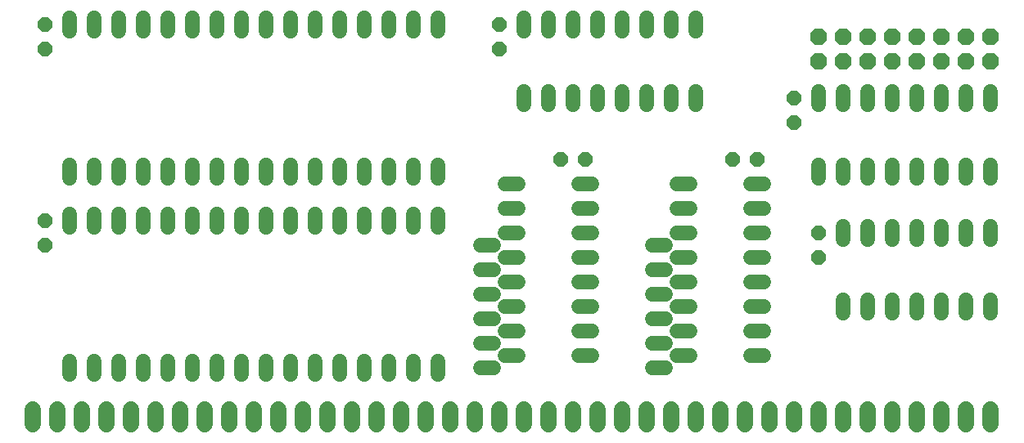
<source format=gbs>
G75*
%MOIN*%
%OFA0B0*%
%FSLAX24Y24*%
%IPPOS*%
%LPD*%
%AMOC8*
5,1,8,0,0,1.08239X$1,22.5*
%
%ADD10C,0.0680*%
%ADD11OC8,0.0600*%
%ADD12C,0.0600*%
%ADD13OC8,0.0680*%
D10*
X000680Y000880D02*
X000680Y001480D01*
X001680Y001480D02*
X001680Y000880D01*
X002680Y000880D02*
X002680Y001480D01*
X003680Y001480D02*
X003680Y000880D01*
X004680Y000880D02*
X004680Y001480D01*
X005680Y001480D02*
X005680Y000880D01*
X006680Y000880D02*
X006680Y001480D01*
X007680Y001480D02*
X007680Y000880D01*
X008680Y000880D02*
X008680Y001480D01*
X009680Y001480D02*
X009680Y000880D01*
X010680Y000880D02*
X010680Y001480D01*
X011680Y001480D02*
X011680Y000880D01*
X012680Y000880D02*
X012680Y001480D01*
X013680Y001480D02*
X013680Y000880D01*
X014680Y000880D02*
X014680Y001480D01*
X015680Y001480D02*
X015680Y000880D01*
X016680Y000880D02*
X016680Y001480D01*
X017680Y001480D02*
X017680Y000880D01*
X018680Y000880D02*
X018680Y001480D01*
X019680Y001480D02*
X019680Y000880D01*
X020680Y000880D02*
X020680Y001480D01*
X021680Y001480D02*
X021680Y000880D01*
X022680Y000880D02*
X022680Y001480D01*
X023680Y001480D02*
X023680Y000880D01*
X024680Y000880D02*
X024680Y001480D01*
X025680Y001480D02*
X025680Y000880D01*
X026680Y000880D02*
X026680Y001480D01*
X027680Y001480D02*
X027680Y000880D01*
X028680Y000880D02*
X028680Y001480D01*
X029680Y001480D02*
X029680Y000880D01*
X030680Y000880D02*
X030680Y001480D01*
X031680Y001480D02*
X031680Y000880D01*
X032680Y000880D02*
X032680Y001480D01*
X033680Y001480D02*
X033680Y000880D01*
X034680Y000880D02*
X034680Y001480D01*
X035680Y001480D02*
X035680Y000880D01*
X036680Y000880D02*
X036680Y001480D01*
X037680Y001480D02*
X037680Y000880D01*
X038680Y000880D02*
X038680Y001480D01*
X039680Y001480D02*
X039680Y000880D01*
D11*
X032680Y007680D03*
X032680Y008680D03*
X030180Y011680D03*
X029180Y011680D03*
X031680Y013180D03*
X031680Y014180D03*
X023180Y011680D03*
X022180Y011680D03*
X019680Y016180D03*
X019680Y017180D03*
X001180Y017180D03*
X001180Y016180D03*
X001180Y009180D03*
X001180Y008180D03*
D12*
X002180Y008920D02*
X002180Y009440D01*
X003180Y009440D02*
X003180Y008920D01*
X004180Y008920D02*
X004180Y009440D01*
X005180Y009440D02*
X005180Y008920D01*
X006180Y008920D02*
X006180Y009440D01*
X007180Y009440D02*
X007180Y008920D01*
X008180Y008920D02*
X008180Y009440D01*
X009180Y009440D02*
X009180Y008920D01*
X010180Y008920D02*
X010180Y009440D01*
X011180Y009440D02*
X011180Y008920D01*
X012180Y008920D02*
X012180Y009440D01*
X013180Y009440D02*
X013180Y008920D01*
X014180Y008920D02*
X014180Y009440D01*
X015180Y009440D02*
X015180Y008920D01*
X016180Y008920D02*
X016180Y009440D01*
X017180Y009440D02*
X017180Y008920D01*
X018920Y008180D02*
X019440Y008180D01*
X019920Y007680D02*
X020440Y007680D01*
X019440Y007180D02*
X018920Y007180D01*
X019920Y006680D02*
X020440Y006680D01*
X019440Y006180D02*
X018920Y006180D01*
X019920Y005680D02*
X020440Y005680D01*
X019440Y005180D02*
X018920Y005180D01*
X019920Y004680D02*
X020440Y004680D01*
X019440Y004180D02*
X018920Y004180D01*
X019920Y003680D02*
X020440Y003680D01*
X019440Y003180D02*
X018920Y003180D01*
X017180Y002920D02*
X017180Y003440D01*
X016180Y003440D02*
X016180Y002920D01*
X015180Y002920D02*
X015180Y003440D01*
X014180Y003440D02*
X014180Y002920D01*
X013180Y002920D02*
X013180Y003440D01*
X012180Y003440D02*
X012180Y002920D01*
X011180Y002920D02*
X011180Y003440D01*
X010180Y003440D02*
X010180Y002920D01*
X009180Y002920D02*
X009180Y003440D01*
X008180Y003440D02*
X008180Y002920D01*
X007180Y002920D02*
X007180Y003440D01*
X006180Y003440D02*
X006180Y002920D01*
X005180Y002920D02*
X005180Y003440D01*
X004180Y003440D02*
X004180Y002920D01*
X003180Y002920D02*
X003180Y003440D01*
X002180Y003440D02*
X002180Y002920D01*
X019920Y008680D02*
X020440Y008680D01*
X020440Y009680D02*
X019920Y009680D01*
X019920Y010680D02*
X020440Y010680D01*
X022920Y010680D02*
X023440Y010680D01*
X023440Y009680D02*
X022920Y009680D01*
X022920Y008680D02*
X023440Y008680D01*
X023440Y007680D02*
X022920Y007680D01*
X022920Y006680D02*
X023440Y006680D01*
X023440Y005680D02*
X022920Y005680D01*
X022920Y004680D02*
X023440Y004680D01*
X023440Y003680D02*
X022920Y003680D01*
X025920Y003180D02*
X026440Y003180D01*
X026920Y003680D02*
X027440Y003680D01*
X026440Y004180D02*
X025920Y004180D01*
X026920Y004680D02*
X027440Y004680D01*
X026440Y005180D02*
X025920Y005180D01*
X026920Y005680D02*
X027440Y005680D01*
X026440Y006180D02*
X025920Y006180D01*
X026920Y006680D02*
X027440Y006680D01*
X026440Y007180D02*
X025920Y007180D01*
X026920Y007680D02*
X027440Y007680D01*
X026440Y008180D02*
X025920Y008180D01*
X026920Y008680D02*
X027440Y008680D01*
X027440Y009680D02*
X026920Y009680D01*
X026920Y010680D02*
X027440Y010680D01*
X029920Y010680D02*
X030440Y010680D01*
X032680Y010920D02*
X032680Y011440D01*
X033680Y011440D02*
X033680Y010920D01*
X034680Y010920D02*
X034680Y011440D01*
X035680Y011440D02*
X035680Y010920D01*
X036680Y010920D02*
X036680Y011440D01*
X037680Y011440D02*
X037680Y010920D01*
X038680Y010920D02*
X038680Y011440D01*
X039680Y011440D02*
X039680Y010920D01*
X039680Y008940D02*
X039680Y008420D01*
X038680Y008420D02*
X038680Y008940D01*
X037680Y008940D02*
X037680Y008420D01*
X036680Y008420D02*
X036680Y008940D01*
X035680Y008940D02*
X035680Y008420D01*
X034680Y008420D02*
X034680Y008940D01*
X033680Y008940D02*
X033680Y008420D01*
X030440Y008680D02*
X029920Y008680D01*
X029920Y009680D02*
X030440Y009680D01*
X030440Y007680D02*
X029920Y007680D01*
X029920Y006680D02*
X030440Y006680D01*
X030440Y005680D02*
X029920Y005680D01*
X029920Y004680D02*
X030440Y004680D01*
X030440Y003680D02*
X029920Y003680D01*
X033680Y005420D02*
X033680Y005940D01*
X034680Y005940D02*
X034680Y005420D01*
X035680Y005420D02*
X035680Y005940D01*
X036680Y005940D02*
X036680Y005420D01*
X037680Y005420D02*
X037680Y005940D01*
X038680Y005940D02*
X038680Y005420D01*
X039680Y005420D02*
X039680Y005940D01*
X039680Y013920D02*
X039680Y014440D01*
X038680Y014440D02*
X038680Y013920D01*
X037680Y013920D02*
X037680Y014440D01*
X036680Y014440D02*
X036680Y013920D01*
X035680Y013920D02*
X035680Y014440D01*
X034680Y014440D02*
X034680Y013920D01*
X033680Y013920D02*
X033680Y014440D01*
X032680Y014440D02*
X032680Y013920D01*
X027680Y013920D02*
X027680Y014440D01*
X026680Y014440D02*
X026680Y013920D01*
X025680Y013920D02*
X025680Y014440D01*
X024680Y014440D02*
X024680Y013920D01*
X023680Y013920D02*
X023680Y014440D01*
X022680Y014440D02*
X022680Y013920D01*
X021680Y013920D02*
X021680Y014440D01*
X020680Y014440D02*
X020680Y013920D01*
X017180Y011440D02*
X017180Y010920D01*
X016180Y010920D02*
X016180Y011440D01*
X015180Y011440D02*
X015180Y010920D01*
X014180Y010920D02*
X014180Y011440D01*
X013180Y011440D02*
X013180Y010920D01*
X012180Y010920D02*
X012180Y011440D01*
X011180Y011440D02*
X011180Y010920D01*
X010180Y010920D02*
X010180Y011440D01*
X009180Y011440D02*
X009180Y010920D01*
X008180Y010920D02*
X008180Y011440D01*
X007180Y011440D02*
X007180Y010920D01*
X006180Y010920D02*
X006180Y011440D01*
X005180Y011440D02*
X005180Y010920D01*
X004180Y010920D02*
X004180Y011440D01*
X003180Y011440D02*
X003180Y010920D01*
X002180Y010920D02*
X002180Y011440D01*
X002180Y016920D02*
X002180Y017440D01*
X003180Y017440D02*
X003180Y016920D01*
X004180Y016920D02*
X004180Y017440D01*
X005180Y017440D02*
X005180Y016920D01*
X006180Y016920D02*
X006180Y017440D01*
X007180Y017440D02*
X007180Y016920D01*
X008180Y016920D02*
X008180Y017440D01*
X009180Y017440D02*
X009180Y016920D01*
X010180Y016920D02*
X010180Y017440D01*
X011180Y017440D02*
X011180Y016920D01*
X012180Y016920D02*
X012180Y017440D01*
X013180Y017440D02*
X013180Y016920D01*
X014180Y016920D02*
X014180Y017440D01*
X015180Y017440D02*
X015180Y016920D01*
X016180Y016920D02*
X016180Y017440D01*
X017180Y017440D02*
X017180Y016920D01*
X020680Y016920D02*
X020680Y017440D01*
X021680Y017440D02*
X021680Y016920D01*
X022680Y016920D02*
X022680Y017440D01*
X023680Y017440D02*
X023680Y016920D01*
X024680Y016920D02*
X024680Y017440D01*
X025680Y017440D02*
X025680Y016920D01*
X026680Y016920D02*
X026680Y017440D01*
X027680Y017440D02*
X027680Y016920D01*
D13*
X032680Y016680D03*
X033680Y016680D03*
X034680Y016680D03*
X035680Y016680D03*
X036680Y016680D03*
X037680Y016680D03*
X038680Y016680D03*
X039680Y016680D03*
X039680Y015680D03*
X038680Y015680D03*
X037680Y015680D03*
X036680Y015680D03*
X035680Y015680D03*
X034680Y015680D03*
X033680Y015680D03*
X032680Y015680D03*
M02*

</source>
